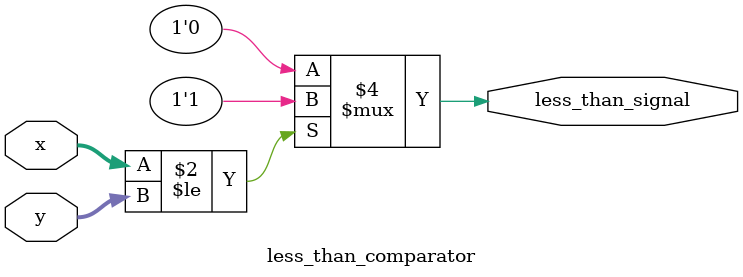
<source format=sv>
`timescale 1ns / 1ps



module less_than_comparator #(parameter n = 8)(
    input logic [n-1: 0] x,y,
    output logic less_than_signal
);


    always@(*) begin 
        if (x <= y) 
            less_than_signal = 1;
            
        else 
            less_than_signal = 0; 
    
    end 

endmodule
</source>
